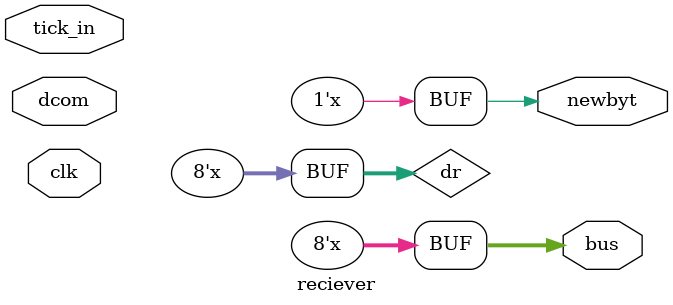
<source format=v>
`timescale 1ns/1ns

module reciever (
    input dcom,
    input clk,
    input tick_in,
    output reg [7:0] bus,
    output reg newbyt
);

reg [7:0]  dr;
reg ander;
reg tickstart;
wire tick;
reg trigger;
reg [4:0] counter;
wire sig;
reg [4:0] bitno;
reg init;
reg read;

initial begin
    ander <= 1;
    init <= 0;
    counter <= 0;
    bitno <= 0;
    tickstart <= 0;
    read <= 1;
    trigger <= 1;
    dr<= 0;
    newbyt <= 0;
end

assign sig = dcom & ander;
assign tick = tick_in & tickstart;

always @ (negedge sig) begin
    ander <= 0;
    tickstart <= 1;
    read <= 1;
    //trigger <= ~trigger;
end

always @ (posedge tick) begin
    if(counter == 8) begin
        trigger <= ~trigger;
    end
    else begin
        counter <= counter +1;
    end
end

always @ (trigger) begin
    if(init == 0)  init <= 1;

    else begin

        // if(bitno == 0) begin
        //     bitno <= bitno +1;
        // end
        // else begin
        if(bitno != 8) begin
            dr <= ((dr)|(dcom<<(bitno)));
            bitno <= bitno +1;
        end

        counter <= 0;
        if(bitno == 8) begin
            bitno <= 0;
            read <= 0;
            ander <= 1;
        end
    end
end
always @ (clk) begin
    if(read == 0) begin
        bus <= dr;
        newbyt <= ~newbyt;
        read <= 1;
        dr<= 0;
        tickstart<=0;
    end
end
endmodule
</source>
